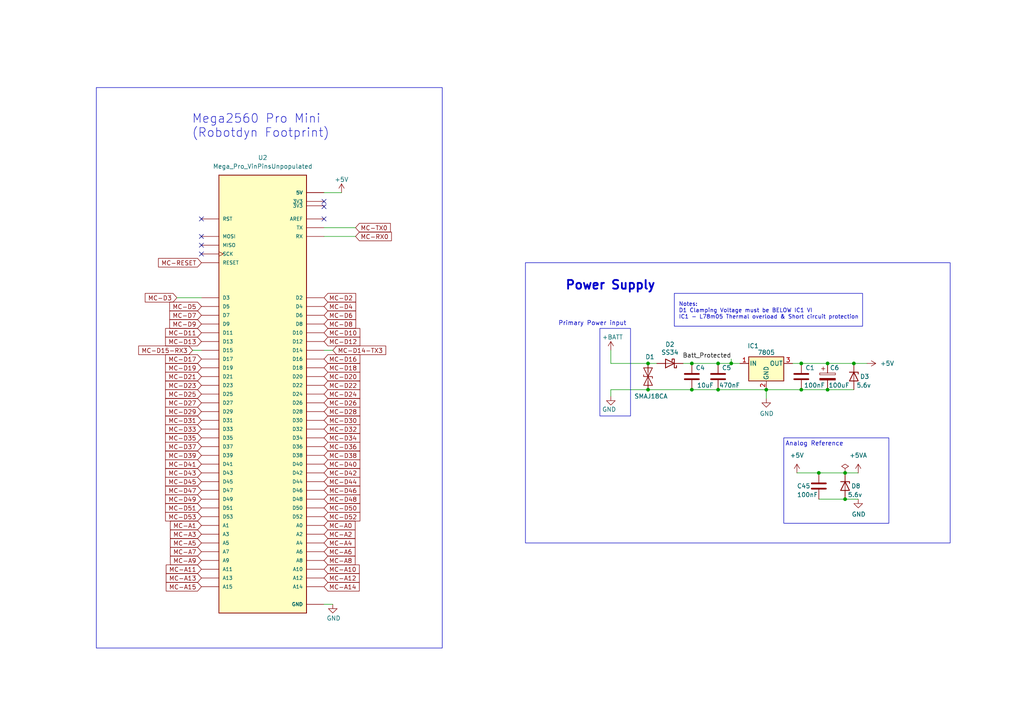
<source format=kicad_sch>
(kicad_sch (version 20250114) (generator "eeschema") (generator_version "9.0")
  (paper "A4")
  (title_block (title "Spark Gap x4") (date "2025-05-18") (rev "C") (company "OpenLogicEFI") (comment 1 "openlogicefi.com"))
  (lib_symbols
    (symbol "Detonation:MEGA_PRO_EMBED_CH340G_/_ATMEGA2560" (pin_numbers (hide yes)) (pin_names (offset 1.016))
      (property "Reference" "U4" (at 0 68.58 0))
      (property "Value" "MEGA_PRO_EMBED_CH340G_{slash}_ATMEGA2560" (at 0 66.04 0))
      (symbol "MEGA_PRO_EMBED_CH340G_/_ATMEGA2560_0_0"
        (rectangle (start -12.7 -63.5) (end 12.7 63.5) (stroke (width 0.254)) (fill (type background)))
        (pin input line (at -17.78 50.8 0) (length 5.08) (name "RST") (number "RST"))
        (pin bidirectional line (at -17.78 45.72 0) (length 5.08) (name "MOSI") (number "MOSI"))
        (pin bidirectional line (at -17.78 43.18 0) (length 5.08) (name "MISO") (number "MISO"))
        (pin bidirectional clock (at -17.78 40.64 0) (length 5.08) (name "SCK") (number "SCK"))
        (pin input line (at -17.78 38.1 0) (length 5.08) (name "RESET") (number "RESET"))
        (pin bidirectional line (at -17.78 27.94 0) (length 5.08) (name "D3") (number "D3"))
        (pin bidirectional line (at -17.78 25.4 0) (length 5.08) (name "D5") (number "D5"))
        (pin bidirectional line (at -17.78 22.86 0) (length 5.08) (name "D7") (number "D7"))
        (pin bidirectional line (at -17.78 20.32 0) (length 5.08) (name "D9") (number "D9"))
        (pin bidirectional line (at -17.78 17.78 0) (length 5.08) (name "D11") (number "D11"))
        (pin bidirectional line (at -17.78 15.24 0) (length 5.08) (name "D13") (number "D13"))
        (pin bidirectional line (at -17.78 12.7 0) (length 5.08) (name "D15") (number "D15"))
        (pin bidirectional line (at -17.78 10.16 0) (length 5.08) (name "D17") (number "D17"))
        (pin bidirectional line (at -17.78 7.62 0) (length 5.08) (name "D19") (number "D19"))
        (pin bidirectional line (at -17.78 5.08 0) (length 5.08) (name "D21") (number "D21"))
        (pin bidirectional line (at -17.78 2.54 0) (length 5.08) (name "D23") (number "D23"))
        (pin bidirectional line (at -17.78 0 0) (length 5.08) (name "D25") (number "D25"))
        (pin bidirectional line (at -17.78 -2.54 0) (length 5.08) (name "D27") (number "D27"))
        (pin bidirectional line (at -17.78 -5.08 0) (length 5.08) (name "D29") (number "D29"))
        (pin bidirectional line (at -17.78 -7.62 0) (length 5.08) (name "D31") (number "D31"))
        (pin bidirectional line (at -17.78 -10.16 0) (length 5.08) (name "D33") (number "D33"))
        (pin bidirectional line (at -17.78 -12.7 0) (length 5.08) (name "D35") (number "D35"))
        (pin bidirectional line (at -17.78 -15.24 0) (length 5.08) (name "D37") (number "D37"))
        (pin bidirectional line (at -17.78 -17.78 0) (length 5.08) (name "D39") (number "D39"))
        (pin bidirectional line (at -17.78 -20.32 0) (length 5.08) (name "D41") (number "D41"))
        (pin bidirectional line (at -17.78 -22.86 0) (length 5.08) (name "D43") (number "D43"))
        (pin bidirectional line (at -17.78 -25.4 0) (length 5.08) (name "D45") (number "D45"))
        (pin bidirectional line (at -17.78 -27.94 0) (length 5.08) (name "D47") (number "D47"))
        (pin bidirectional line (at -17.78 -30.48 0) (length 5.08) (name "D49") (number "D49"))
        (pin bidirectional line (at -17.78 -33.02 0) (length 5.08) (name "D51") (number "D51"))
        (pin bidirectional line (at -17.78 -35.56 0) (length 5.08) (name "D53") (number "D53"))
        (pin bidirectional line (at -17.78 -38.1 0) (length 5.08) (name "A1") (number "A1"))
        (pin bidirectional line (at -17.78 -40.64 0) (length 5.08) (name "A3") (number "A3"))
        (pin bidirectional line (at -17.78 -43.18 0) (length 5.08) (name "A5") (number "A5"))
        (pin bidirectional line (at -17.78 -45.72 0) (length 5.08) (name "A7") (number "A7"))
        (pin bidirectional line (at -17.78 -48.26 0) (length 5.08) (name "A9") (number "A9"))
        (pin bidirectional line (at -17.78 -50.8 0) (length 5.08) (name "A11") (number "A11"))
        (pin bidirectional line (at -17.78 -53.34 0) (length 5.08) (name "A13") (number "A13"))
        (pin bidirectional line (at -17.78 -55.88 0) (length 5.08) (name "A15") (number "A15"))
        (pin power_in line (at 17.78 58.42 180) (length 5.08) (name "5V") (number "5V_1"))
        (pin power_in line (at 17.78 58.42 180) (length 5.08) (name "5V") (number "5V_2"))
        (pin power_in line (at 17.78 58.42 180) (length 5.08) (name "5V") (number "5V_3"))
        (pin power_in line (at 17.78 55.88 180) (length 5.08) (name "3V3") (number "3V3_2"))
        (pin power_in line (at 17.78 54.61 180) (length 5.08) (name "3V3") (number "3V3_1"))
        (pin bidirectional line (at 17.78 50.8 180) (length 5.08) (name "AREF") (number "AREF"))
        (pin output line (at 17.78 48.26 180) (length 5.08) (name "TX") (number "TX"))
        (pin input line (at 17.78 45.72 180) (length 5.08) (name "RX") (number "RX"))
        (pin bidirectional line (at 17.78 27.94 180) (length 5.08) (name "D2") (number "D2"))
        (pin bidirectional line (at 17.78 25.4 180) (length 5.08) (name "D4") (number "D4"))
        (pin bidirectional line (at 17.78 22.86 180) (length 5.08) (name "D6") (number "D6"))
        (pin bidirectional line (at 17.78 20.32 180) (length 5.08) (name "D8") (number "D8"))
        (pin bidirectional line (at 17.78 17.78 180) (length 5.08) (name "D10") (number "D10"))
        (pin bidirectional line (at 17.78 15.24 180) (length 5.08) (name "D12") (number "D12"))
        (pin bidirectional line (at 17.78 12.7 180) (length 5.08) (name "D14") (number "D14"))
        (pin bidirectional line (at 17.78 10.16 180) (length 5.08) (name "D16") (number "D16"))
        (pin bidirectional line (at 17.78 7.62 180) (length 5.08) (name "D18") (number "D18"))
        (pin bidirectional line (at 17.78 5.08 180) (length 5.08) (name "D20") (number "D20"))
        (pin bidirectional line (at 17.78 2.54 180) (length 5.08) (name "D22") (number "D22"))
        (pin bidirectional line (at 17.78 0 180) (length 5.08) (name "D24") (number "D24"))
        (pin bidirectional line (at 17.78 -2.54 180) (length 5.08) (name "D26") (number "D26"))
        (pin bidirectional line (at 17.78 -5.08 180) (length 5.08) (name "D28") (number "D28"))
        (pin bidirectional line (at 17.78 -7.62 180) (length 5.08) (name "D30") (number "D30"))
        (pin bidirectional line (at 17.78 -10.16 180) (length 5.08) (name "D32") (number "D32"))
        (pin bidirectional line (at 17.78 -12.7 180) (length 5.08) (name "D34") (number "D34"))
        (pin bidirectional line (at 17.78 -15.24 180) (length 5.08) (name "D36") (number "D36"))
        (pin bidirectional line (at 17.78 -17.78 180) (length 5.08) (name "D38") (number "D38"))
        (pin bidirectional line (at 17.78 -20.32 180) (length 5.08) (name "D40") (number "D40"))
        (pin bidirectional line (at 17.78 -22.86 180) (length 5.08) (name "D42") (number "D42"))
        (pin bidirectional line (at 17.78 -25.4 180) (length 5.08) (name "D44") (number "D44"))
        (pin bidirectional line (at 17.78 -27.94 180) (length 5.08) (name "D46") (number "D46"))
        (pin bidirectional line (at 17.78 -30.48 180) (length 5.08) (name "D48") (number "D48"))
        (pin bidirectional line (at 17.78 -33.02 180) (length 5.08) (name "D50") (number "D50"))
        (pin bidirectional line (at 17.78 -35.56 180) (length 5.08) (name "D52") (number "D52"))
        (pin bidirectional line (at 17.78 -38.1 180) (length 5.08) (name "A0") (number "A0"))
        (pin bidirectional line (at 17.78 -40.64 180) (length 5.08) (name "A2") (number "A2"))
        (pin bidirectional line (at 17.78 -43.18 180) (length 5.08) (name "A4") (number "A4"))
        (pin bidirectional line (at 17.78 -45.72 180) (length 5.08) (name "A6") (number "A6"))
        (pin bidirectional line (at 17.78 -48.26 180) (length 5.08) (name "A8") (number "A8"))
        (pin bidirectional line (at 17.78 -50.8 180) (length 5.08) (name "A10") (number "A10"))
        (pin bidirectional line (at 17.78 -53.34 180) (length 5.08) (name "A12") (number "A12"))
        (pin bidirectional line (at 17.78 -55.88 180) (length 5.08) (name "A14") (number "A14"))
        (pin power_in line (at 17.78 -60.96 180) (length 5.08) (name "GND") (number "GND_1"))
        (pin power_in line (at 17.78 -60.96 180) (length 5.08) (name "GND") (number "GND_2"))
        (pin power_in line (at 17.78 -60.96 180) (length 5.08) (name "GND") (number "GND_3"))
      )
    )
    (symbol "Device:C" (pin_numbers (hide yes)) (pin_names (offset 0.254))
      (property "Reference" "C" (at 0.635 2.54 0))
      (property "Value" "C" (at 0.635 -2.54 0))
      (symbol "C_0_1"
        (polyline (pts (xy -2.032 0.762) (xy 2.032 0.762)) (stroke (width 0.508)))
        (polyline (pts (xy -2.032 -0.762) (xy 2.032 -0.762)) (stroke (width 0.508)))
      )
      (symbol "C_1_1"
        (pin passive line (at 0 3.81 270) (length 2.794) (name "~") (number "1"))
        (pin passive line (at 0 -3.81 90) (length 2.794) (name "~") (number "2"))
      )
    )
    (symbol "Device:C_Polarized" (pin_numbers (hide yes)) (pin_names (offset 0.254))
      (property "Reference" "C" (at 0.635 2.54 0))
      (property "Value" "C_Polarized" (at 0.635 -2.54 0))
      (symbol "C_Polarized_0_1"
        (rectangle (start -2.286 0.508) (end 2.286 1.016))
        (polyline (pts (xy -1.778 2.286) (xy -0.762 2.286)))
        (polyline (pts (xy -1.27 2.794) (xy -1.27 1.778)))
        (rectangle (start 2.286 -0.508) (end -2.286 -1.016) (fill (type outline)))
      )
      (symbol "C_Polarized_1_1"
        (pin passive line (at 0 3.81 270) (length 2.794) (name "~") (number "1"))
        (pin passive line (at 0 -3.81 90) (length 2.794) (name "~") (number "2"))
      )
    )
    (symbol "Device:D_Schottky" (pin_numbers (hide yes)) (pin_names (offset 1.016) (hide yes))
      (property "Reference" "D" (at 0 2.54 0))
      (property "Value" "D_Schottky" (at 0 -2.54 0))
      (symbol "D_Schottky_0_1"
        (polyline (pts (xy -1.905 0.635) (xy -1.905 1.27) (xy -1.27 1.27) (xy -1.27 -1.27) (xy -0.635 -1.27) (xy -0.635 -0.635)) (stroke (width 0.254)))
        (polyline (pts (xy 1.27 1.27) (xy 1.27 -1.27) (xy -1.27 0) (xy 1.27 1.27)) (stroke (width 0.254)))
        (polyline (pts (xy 1.27 0) (xy -1.27 0)))
      )
      (symbol "D_Schottky_1_1"
        (pin passive line (at -3.81 0 0) (length 2.54) (name "K") (number "1"))
        (pin passive line (at 3.81 0 180) (length 2.54) (name "A") (number "2"))
      )
    )
    (symbol "Device:D_Zener" (pin_numbers (hide yes)) (pin_names (offset 1.016) (hide yes))
      (property "Reference" "D" (at 0 2.54 0))
      (property "Value" "D_Zener" (at 0 -2.54 0))
      (symbol "D_Zener_0_1"
        (polyline (pts (xy -1.27 -1.27) (xy -1.27 1.27) (xy -0.762 1.27)) (stroke (width 0.254)))
        (polyline (pts (xy 1.27 0) (xy -1.27 0)))
        (polyline (pts (xy 1.27 -1.27) (xy 1.27 1.27) (xy -1.27 0) (xy 1.27 -1.27)) (stroke (width 0.254)))
      )
      (symbol "D_Zener_1_1"
        (pin passive line (at -3.81 0 0) (length 2.54) (name "K") (number "1"))
        (pin passive line (at 3.81 0 180) (length 2.54) (name "A") (number "2"))
      )
    )
    (symbol "Diode:SMAJ33CA" (pin_numbers (hide yes)) (pin_names (offset 1.016) (hide yes))
      (property "Reference" "D" (at 0 2.54 0))
      (property "Value" "SMAJ33CA" (at 0 -2.54 0))
      (symbol "SMAJ33CA_0_1"
        (polyline (pts (xy -2.54 -1.27) (xy 0 0) (xy -2.54 1.27) (xy -2.54 -1.27)) (stroke (width 0.2032)))
        (polyline (pts (xy 0.508 1.27) (xy 0 1.27) (xy 0 -1.27) (xy -0.508 -1.27)) (stroke (width 0.2032)))
        (polyline (pts (xy 1.27 0) (xy -1.27 0)))
        (polyline (pts (xy 2.54 1.27) (xy 2.54 -1.27) (xy 0 0) (xy 2.54 1.27)) (stroke (width 0.2032)))
      )
      (symbol "SMAJ33CA_1_1"
        (pin passive line (at -3.81 0 0) (length 2.54) (name "A1") (number "1"))
        (pin passive line (at 3.81 0 180) (length 2.54) (name "A2") (number "2"))
      )
    )
    (symbol "Regulator_Linear:L7805" (pin_names (offset 0.254))
      (property "Reference" "U" (at -3.81 3.175 0))
      (property "Value" "L7805" (at 0 3.175 0))
      (symbol "L7805_0_1"
        (rectangle (start -5.08 1.905) (end 5.08 -5.08) (stroke (width 0.254)) (fill (type background)))
      )
      (symbol "L7805_1_1"
        (pin power_in line (at -7.62 0 0) (length 2.54) (name "IN") (number "1"))
        (pin power_in line (at 0 -7.62 90) (length 2.54) (name "GND") (number "2"))
        (pin power_out line (at 7.62 0 180) (length 2.54) (name "OUT") (number "3"))
      )
    )
    (symbol "power:+5V" (power) (pin_names (offset 0))
      (property "Value" "+5V" (at 0 3.556 0))
      (symbol "+5V_0_1"
        (polyline (pts (xy -0.762 1.27) (xy 0 2.54)))
        (polyline (pts (xy 0 2.54) (xy 0.762 1.27)))
        (polyline (pts (xy 0 0) (xy 0 2.54)))
      )
      (symbol "+5V_1_1"
        (pin power_in line (at 0 0 90) (length 0) (hide yes) (name "+5V") (number "1"))
      )
    )
    (symbol "power:+5VA" (power) (pin_numbers (hide yes)) (pin_names (offset 0) (hide yes))
      (property "Value" "+5VA" (at 0 3.556 0))
      (symbol "+5VA_0_1"
        (polyline (pts (xy -0.762 1.27) (xy 0 2.54)))
        (polyline (pts (xy 0 2.54) (xy 0.762 1.27)))
        (polyline (pts (xy 0 0) (xy 0 2.54)))
      )
      (symbol "+5VA_1_1"
        (pin power_in line (at 0 0 90) (length 0) (name "~") (number "1"))
      )
    )
    (symbol "power:+BATT" (power) (pin_names (offset 0))
      (property "Value" "+BATT" (at 0 3.556 0))
      (symbol "+BATT_0_1"
        (polyline (pts (xy -0.762 1.27) (xy 0 2.54)))
        (polyline (pts (xy 0 2.54) (xy 0.762 1.27)))
        (polyline (pts (xy 0 0) (xy 0 2.54)))
      )
      (symbol "+BATT_1_1"
        (pin power_in line (at 0 0 90) (length 0) (hide yes) (name "+BATT") (number "1"))
      )
    )
    (symbol "power:GND" (power) (pin_names (offset 0))
      (property "Value" "GND" (at 0 -3.81 0))
      (symbol "GND_0_1"
        (polyline (pts (xy 0 0) (xy 0 -1.27) (xy 1.27 -1.27) (xy 0 -2.54) (xy -1.27 -1.27) (xy 0 -1.27)))
      )
      (symbol "GND_1_1"
        (pin power_in line (at 0 0 270) (length 0) (hide yes) (name "GND") (number "1"))
      )
    )
    (symbol "power:PWR_FLAG" (power) (pin_numbers (hide yes)) (pin_names (offset 0) (hide yes))
      (property "Value" "PWR_FLAG" (at 0 3.81 0))
      (symbol "PWR_FLAG_0_0"
        (pin power_out line (at 0 0 90) (length 0) (name "~") (number "1"))
      )
      (symbol "PWR_FLAG_0_1"
        (polyline (pts (xy 0 0) (xy 0 1.27) (xy -1.016 1.905) (xy 0 2.54) (xy 1.016 1.905) (xy 0 1.27)))
      )
    )
  )
  (rectangle (start 173.99 95.25) (end 182.88 120.65))
  (rectangle (start 152.4 76.2) (end 275.59 157.48))
  (rectangle (start 195.58 85.09) (end 250.19 94.615))
  (rectangle (start 27.94 25.4) (end 128.27 187.96))
  (rectangle (start 227.33 127) (end 257.81 151.765))
  (text "Primary Power input" (at 161.925 94.615 0) (effects (font (size 1.27 1.27)) (justify left bottom)))
  (text "Power Supply" (at 163.83 84.328 0) (effects (font (size 2.54 2.54) (thickness 0.508) (bold yes)) (justify left bottom)))
  (text "Analog Reference" (at 236.22 128.778 0) (effects (font (size 1.27 1.27))))
  (text "Notes:\nD1 Clamping Voltage must be BELOW IC1 VI\nIC1 - L78m05 Thermal overload & Short circuit protection\n" (at 196.85 92.71 0) (effects (font (size 1.143 1.143)) (justify left bottom)))
  (text "Mega2560 Pro Mini\n(Robotdyn Footprint)" (at 55.626 40.132 0) (effects (font (size 2.54 2.54)) (justify left bottom)))
  (junction (at 200.66 113.03))
  (junction (at 240.03 113.03))
  (junction (at 232.41 113.03))
  (junction (at 245.11 137.16))
  (junction (at 208.28 105.41))
  (junction (at 222.25 113.03))
  (junction (at 208.28 113.03))
  (junction (at 247.65 105.41))
  (junction (at 240.03 105.41))
  (junction (at 187.96 113.03))
  (junction (at 187.96 105.41))
  (junction (at 245.11 144.78))
  (junction (at 237.49 137.16))
  (junction (at 200.66 105.41))
  (junction (at 212.09 105.41))
  (junction (at 232.41 105.41))
  (no_connect (at 58.42 63.5))
  (no_connect (at 93.98 58.42))
  (no_connect (at 93.98 63.5))
  (no_connect (at 58.42 73.66))
  (no_connect (at 58.42 68.58))
  (no_connect (at 93.98 59.944))
  (no_connect (at 58.42 71.12))
  (wire (pts (xy 96.52 175.26) (xy 93.98 175.26)))
  (wire (pts (xy 208.28 113.03) (xy 222.25 113.03)))
  (wire (pts (xy 96.52 101.6) (xy 93.98 101.6)))
  (wire (pts (xy 232.41 105.41) (xy 240.03 105.41)))
  (wire (pts (xy 232.41 113.03) (xy 240.03 113.03)))
  (wire (pts (xy 229.87 105.41) (xy 232.41 105.41)))
  (wire (pts (xy 198.12 105.41) (xy 200.66 105.41)))
  (wire (pts (xy 245.11 137.16) (xy 248.92 137.16)))
  (wire (pts (xy 177.165 113.03) (xy 187.96 113.03)))
  (wire (pts (xy 237.49 137.16) (xy 245.11 137.16)))
  (wire (pts (xy 212.09 105.41) (xy 214.63 105.41)))
  (wire (pts (xy 247.65 105.41) (xy 251.46 105.41)))
  (wire (pts (xy 200.66 105.41) (xy 208.28 105.41)))
  (wire (pts (xy 222.25 113.03) (xy 232.41 113.03)))
  (wire (pts (xy 200.66 113.03) (xy 208.28 113.03)))
  (wire (pts (xy 187.96 113.03) (xy 200.66 113.03)))
  (wire (pts (xy 240.03 105.41) (xy 247.65 105.41)))
  (wire (pts (xy 93.98 55.88) (xy 99.06 55.88)))
  (wire (pts (xy 245.11 144.78) (xy 248.92 144.78)))
  (wire (pts (xy 93.98 66.04) (xy 103.124 66.04)))
  (wire (pts (xy 240.03 113.03) (xy 247.65 113.03)))
  (wire (pts (xy 187.96 105.41) (xy 190.5 105.41)))
  (wire (pts (xy 177.165 113.03) (xy 177.165 114.935)))
  (wire (pts (xy 177.165 101.6) (xy 177.165 105.41)))
  (wire (pts (xy 212.09 104.14) (xy 212.09 105.41)))
  (wire (pts (xy 177.165 105.41) (xy 187.96 105.41)))
  (wire (pts (xy 51.308 86.36) (xy 58.42 86.36)))
  (wire (pts (xy 208.28 105.41) (xy 212.09 105.41)))
  (wire (pts (xy 55.88 101.6) (xy 58.42 101.6)))
  (wire (pts (xy 93.98 68.58) (xy 103.124 68.58)))
  (wire (pts (xy 231.14 137.16) (xy 237.49 137.16)))
  (wire (pts (xy 222.25 115.57) (xy 222.25 113.03)))
  (wire (pts (xy 237.49 144.78) (xy 245.11 144.78)))
  (label "Batt_Protected" (at 212.09 104.14 180))
  (global_label "MC-D5" (shape input) (at 58.42 88.9 180) (property "Intersheetrefs" "${INTERSHEET_REFS}" (effects (hide yes))))
  (global_label "MC-D4" (shape input) (at 93.98 88.9 0) (property "Intersheetrefs" "${INTERSHEET_REFS}" (effects (hide yes))))
  (global_label "MC-A10" (shape input) (at 93.98 165.1 0) (property "Intersheetrefs" "${INTERSHEET_REFS}" (effects (hide yes))))
  (global_label "MC-D40" (shape input) (at 93.98 134.62 0) (property "Intersheetrefs" "${INTERSHEET_REFS}" (effects (hide yes))))
  (global_label "MC-D9" (shape input) (at 58.42 93.98 180) (property "Intersheetrefs" "${INTERSHEET_REFS}" (effects (hide yes))))
  (global_label "MC-D12" (shape input) (at 93.98 99.06 0) (property "Intersheetrefs" "${INTERSHEET_REFS}" (effects (hide yes))))
  (global_label "MC-D30" (shape input) (at 93.98 121.92 0) (property "Intersheetrefs" "${INTERSHEET_REFS}" (effects (hide yes))))
  (global_label "MC-D28" (shape input) (at 93.98 119.38 0) (property "Intersheetrefs" "${INTERSHEET_REFS}" (effects (hide yes))))
  (global_label "MC-D25" (shape input) (at 58.42 114.3 180) (property "Intersheetrefs" "${INTERSHEET_REFS}" (effects (hide yes))))
  (global_label "MC-D53" (shape input) (at 58.42 149.86 180) (property "Intersheetrefs" "${INTERSHEET_REFS}" (effects (hide yes))))
  (global_label "MC-D38" (shape input) (at 93.98 132.08 0) (property "Intersheetrefs" "${INTERSHEET_REFS}" (effects (hide yes))))
  (global_label "MC-D26" (shape input) (at 93.98 116.84 0) (property "Intersheetrefs" "${INTERSHEET_REFS}" (effects (hide yes))))
  (global_label "MC-A0" (shape input) (at 93.98 152.4 0) (property "Intersheetrefs" "${INTERSHEET_REFS}" (effects (hide yes))))
  (global_label "MC-D2" (shape input) (at 93.98 86.36 0) (property "Intersheetrefs" "${INTERSHEET_REFS}" (effects (hide yes))))
  (global_label "MC-D52" (shape input) (at 93.98 149.86 0) (property "Intersheetrefs" "${INTERSHEET_REFS}" (effects (hide yes))))
  (global_label "MC-D43" (shape input) (at 58.42 137.16 180) (property "Intersheetrefs" "${INTERSHEET_REFS}" (effects (hide yes))))
  (global_label "MC-A14" (shape input) (at 93.98 170.18 0) (property "Intersheetrefs" "${INTERSHEET_REFS}" (effects (hide yes))))
  (global_label "MC-D46" (shape input) (at 93.98 142.24 0) (property "Intersheetrefs" "${INTERSHEET_REFS}" (effects (hide yes))))
  (global_label "MC-D27" (shape input) (at 58.42 116.84 180) (property "Intersheetrefs" "${INTERSHEET_REFS}" (effects (hide yes))))
  (global_label "MC-D33" (shape input) (at 58.42 124.46 180) (property "Intersheetrefs" "${INTERSHEET_REFS}" (effects (hide yes))))
  (global_label "MC-D11" (shape input) (at 58.42 96.52 180) (property "Intersheetrefs" "${INTERSHEET_REFS}" (effects (hide yes))))
  (global_label "MC-D24" (shape input) (at 93.98 114.3 0) (property "Intersheetrefs" "${INTERSHEET_REFS}" (effects (hide yes))))
  (global_label "MC-A11" (shape input) (at 58.42 165.1 180) (property "Intersheetrefs" "${INTERSHEET_REFS}" (effects (hide yes))))
  (global_label "MC-D39" (shape input) (at 58.42 132.08 180) (property "Intersheetrefs" "${INTERSHEET_REFS}" (effects (hide yes))))
  (global_label "MC-D34" (shape input) (at 93.98 127 0) (property "Intersheetrefs" "${INTERSHEET_REFS}" (effects (hide yes))))
  (global_label "MC-D19" (shape input) (at 58.42 106.68 180) (property "Intersheetrefs" "${INTERSHEET_REFS}" (effects (hide yes))))
  (global_label "MC-D37" (shape input) (at 58.42 129.54 180) (property "Intersheetrefs" "${INTERSHEET_REFS}" (effects (hide yes))))
  (global_label "MC-A8" (shape input) (at 93.98 162.56 0) (property "Intersheetrefs" "${INTERSHEET_REFS}" (effects (hide yes))))
  (global_label "MC-D23" (shape input) (at 58.42 111.76 180) (property "Intersheetrefs" "${INTERSHEET_REFS}" (effects (hide yes))))
  (global_label "MC-D45" (shape input) (at 58.42 139.7 180) (property "Intersheetrefs" "${INTERSHEET_REFS}" (effects (hide yes))))
  (global_label "MC-A13" (shape input) (at 58.42 167.64 180) (property "Intersheetrefs" "${INTERSHEET_REFS}" (effects (hide yes))))
  (global_label "MC-D44" (shape input) (at 93.98 139.7 0) (property "Intersheetrefs" "${INTERSHEET_REFS}" (effects (hide yes))))
  (global_label "MC-D49" (shape input) (at 58.42 144.78 180) (property "Intersheetrefs" "${INTERSHEET_REFS}" (effects (hide yes))))
  (global_label "MC-D18" (shape input) (at 93.98 106.68 0) (property "Intersheetrefs" "${INTERSHEET_REFS}" (effects (hide yes))))
  (global_label "MC-D6" (shape input) (at 93.98 91.44 0) (property "Intersheetrefs" "${INTERSHEET_REFS}" (effects (hide yes))))
  (global_label "MC-D51" (shape input) (at 58.42 147.32 180) (property "Intersheetrefs" "${INTERSHEET_REFS}" (effects (hide yes))))
  (global_label "MC-D16" (shape input) (at 93.98 104.14 0) (property "Intersheetrefs" "${INTERSHEET_REFS}" (effects (hide yes))))
  (global_label "MC-D3" (shape input) (at 51.308 86.36 180) (property "Intersheetrefs" "${INTERSHEET_REFS}" (effects (hide yes))))
  (global_label "MC-D17" (shape input) (at 58.42 104.14 180) (property "Intersheetrefs" "${INTERSHEET_REFS}" (effects (hide yes))))
  (global_label "MC-D48" (shape input) (at 93.98 144.78 0) (property "Intersheetrefs" "${INTERSHEET_REFS}" (effects (hide yes))))
  (global_label "MC-D21" (shape input) (at 58.42 109.22 180) (property "Intersheetrefs" "${INTERSHEET_REFS}" (effects (hide yes))))
  (global_label "MC-A7" (shape input) (at 58.42 160.02 180) (property "Intersheetrefs" "${INTERSHEET_REFS}" (effects (hide yes))))
  (global_label "MC-D10" (shape input) (at 93.98 96.52 0) (property "Intersheetrefs" "${INTERSHEET_REFS}" (effects (hide yes))))
  (global_label "MC-A1" (shape input) (at 58.42 152.4 180) (property "Intersheetrefs" "${INTERSHEET_REFS}" (effects (hide yes))))
  (global_label "MC-D14-TX3" (shape input) (at 96.52 101.6 0) (property "Intersheetrefs" "${INTERSHEET_REFS}" (effects (hide yes))))
  (global_label "MC-D7" (shape input) (at 58.42 91.44 180) (property "Intersheetrefs" "${INTERSHEET_REFS}" (effects (hide yes))))
  (global_label "MC-D41" (shape input) (at 58.42 134.62 180) (property "Intersheetrefs" "${INTERSHEET_REFS}" (effects (hide yes))))
  (global_label "MC-RX0" (shape input) (at 103.124 68.58 0) (property "Intersheetrefs" "${INTERSHEET_REFS}" (effects (hide yes))))
  (global_label "MC-RESET" (shape input) (at 58.42 76.2 180) (property "Intersheetrefs" "${INTERSHEET_REFS}" (effects (hide yes))))
  (global_label "MC-D15-RX3" (shape input) (at 55.88 101.6 180) (property "Intersheetrefs" "${INTERSHEET_REFS}" (effects (hide yes))))
  (global_label "MC-D35" (shape input) (at 58.42 127 180) (property "Intersheetrefs" "${INTERSHEET_REFS}" (effects (hide yes))))
  (global_label "MC-TX0" (shape input) (at 103.124 66.04 0) (property "Intersheetrefs" "${INTERSHEET_REFS}" (effects (hide yes))))
  (global_label "MC-D50" (shape input) (at 93.98 147.32 0) (property "Intersheetrefs" "${INTERSHEET_REFS}" (effects (hide yes))))
  (global_label "MC-D32" (shape input) (at 93.98 124.46 0) (property "Intersheetrefs" "${INTERSHEET_REFS}" (effects (hide yes))))
  (global_label "MC-D22" (shape input) (at 93.98 111.76 0) (property "Intersheetrefs" "${INTERSHEET_REFS}" (effects (hide yes))))
  (global_label "MC-A6" (shape input) (at 93.98 160.02 0) (property "Intersheetrefs" "${INTERSHEET_REFS}" (effects (hide yes))))
  (global_label "MC-A12" (shape input) (at 93.98 167.64 0) (property "Intersheetrefs" "${INTERSHEET_REFS}" (effects (hide yes))))
  (global_label "MC-D13" (shape input) (at 58.42 99.06 180) (property "Intersheetrefs" "${INTERSHEET_REFS}" (effects (hide yes))))
  (global_label "MC-D42" (shape input) (at 93.98 137.16 0) (property "Intersheetrefs" "${INTERSHEET_REFS}" (effects (hide yes))))
  (global_label "MC-A9" (shape input) (at 58.42 162.56 180) (property "Intersheetrefs" "${INTERSHEET_REFS}" (effects (hide yes))))
  (global_label "MC-D29" (shape input) (at 58.42 119.38 180) (property "Intersheetrefs" "${INTERSHEET_REFS}" (effects (hide yes))))
  (global_label "MC-D31" (shape input) (at 58.42 121.92 180) (property "Intersheetrefs" "${INTERSHEET_REFS}" (effects (hide yes))))
  (global_label "MC-A2" (shape input) (at 93.98 154.94 0) (property "Intersheetrefs" "${INTERSHEET_REFS}" (effects (hide yes))))
  (global_label "MC-A5" (shape input) (at 58.42 157.48 180) (property "Intersheetrefs" "${INTERSHEET_REFS}" (effects (hide yes))))
  (global_label "MC-A4" (shape input) (at 93.98 157.48 0) (property "Intersheetrefs" "${INTERSHEET_REFS}" (effects (hide yes))))
  (global_label "MC-A3" (shape input) (at 58.42 154.94 180) (property "Intersheetrefs" "${INTERSHEET_REFS}" (effects (hide yes))))
  (global_label "MC-A15" (shape input) (at 58.42 170.18 180) (property "Intersheetrefs" "${INTERSHEET_REFS}" (effects (hide yes))))
  (global_label "MC-D47" (shape input) (at 58.42 142.24 180) (property "Intersheetrefs" "${INTERSHEET_REFS}" (effects (hide yes))))
  (global_label "MC-D20" (shape input) (at 93.98 109.22 0) (property "Intersheetrefs" "${INTERSHEET_REFS}" (effects (hide yes))))
  (global_label "MC-D8" (shape input) (at 93.98 93.98 0) (property "Intersheetrefs" "${INTERSHEET_REFS}" (effects (hide yes))))
  (global_label "MC-D36" (shape input) (at 93.98 129.54 0) (property "Intersheetrefs" "${INTERSHEET_REFS}" (effects (hide yes))))
  (symbol (lib_id "Detonation:MEGA_PRO_EMBED_CH340G_/_ATMEGA2560") (at 76.2 114.3 0) (unit 1) (in_bom no)
    (property "Reference" "U2" (at 76.2 45.72 0))
    (property "Value" "Mega_Pro_VinPinsUnpopulated" (at 76.2 48.26 0))
    (property "Footprint" "Detonation:Arduino_Mega_Mini_2560_SmallCrtYd_NoVin" (effects (hide yes)))
  )
  (symbol (lib_id "power:PWR_FLAG") (at 245.11 137.16 0) (unit 1)
    (property "Reference" "#FLG01" (effects (hide yes)))
    (property "Value" "PWR_FLAG" (effects (hide yes)))
    (property "Description" "Special symbol for telling ERC where power comes from" (effects (hide yes)))
  )
  (symbol (lib_id "Diode:SMAJ33CA") (at 187.96 109.22 90) (unit 1)
    (property "Reference" "D1" (at 189.865 103.505 90) (effects (justify left)))
    (property "Value" "SMAJ18CA" (at 193.675 114.935 90) (effects (justify left)))
    (property "Footprint" "Diode_SMD:D_SMA" (effects (hide yes)))
    (property "Datasheet" "https://www.littelfuse.com/media?resourcetype=datasheets&itemid=75e32973-b177-4ee3-a0ff-cedaf1abdb93&filename=smaj-datasheet" (effects (hide yes)))
    (property "LCSC" "C19077539" (effects (hide yes)))
    (property "Manufacture Part Number" "SMAJ18CA" (effects (hide yes)))
  )
  (symbol (lib_id "power:+BATT") (at 177.165 101.6 0) (unit 1)
    (property "Reference" "#PWR0102" (effects (hide yes)))
    (property "Value" "+BATT" (at 174.625 97.79 0) (effects (justify left)))
  )
  (symbol (lib_id "Device:C_Polarized") (at 240.03 109.22 0) (unit 1)
    (property "Reference" "C6" (at 242.062 106.68 0))
    (property "Value" "100uF" (at 243.332 111.76 0))
    (property "Footprint" "Capacitor_Tantalum_SMD:CP_EIA-3528-15_AVX-H" (effects (hide yes)))
    (property "LCSC" "C16133" (effects (hide yes)))
    (property "Manufacture Part Number" "TAJB107K006RNJ" (effects (hide yes)))
  )
  (symbol (lib_id "Regulator_Linear:L7805") (at 222.25 105.41 0) (unit 1)
    (property "Reference" "IC1" (at 218.44 100.33 0))
    (property "Value" "7805" (at 222.25 102.235 0))
    (property "Footprint" "Detonation:TO-220-3_Vertical_SmallCrtYrd" (effects (hide yes)))
    (property "LCSC" "C58069" (effects (hide yes)))
    (property "Manufacture Part Number" "L78M05ABDT-TR  " (effects (hide yes)))
  )
  (symbol (lib_id "Device:C") (at 232.41 109.22 0) (unit 1)
    (property "Reference" "C1" (at 234.95 106.68 0))
    (property "Value" "100nF" (at 236.22 111.76 0))
    (property "Footprint" "Capacitor_SMD:C_0402_1005Metric" (effects (hide yes)))
    (property "LCSC" "C307331" (effects (hide yes)))
    (property "Manufacture Part Number" "CL05B104KB54PNC" (effects (hide yes)))
  )
  (symbol (lib_id "Device:C") (at 237.49 140.97 0) (unit 1)
    (property "Reference" "C45" (at 231.14 140.97 0) (effects (justify left)))
    (property "Value" "100nF" (at 231.14 143.51 0) (effects (justify left)))
    (property "Footprint" "Capacitor_SMD:C_0402_1005Metric" (effects (hide yes)))
    (property "LCSC" "C307331" (effects (hide yes)))
    (property "Manufacture Part Number" "CL05B104KB54PNC" (effects (hide yes)))
  )
  (symbol (lib_id "Device:D_Zener") (at 247.65 109.22 270) (unit 1)
    (property "Reference" "D3" (at 249.428 109.22 90) (effects (justify left)))
    (property "Value" "5.6v" (at 248.412 111.76 90) (effects (justify left)))
    (property "Footprint" "Diode_SMD:D_SOD-323" (effects (hide yes)))
    (property "Description" "Zener diode 5.6V" (effects (hide yes)))
    (property "LCSC" "C22395563" (effects (hide yes)))
    (property "Manufacture Part Number" "MMSZ5232BS" (effects (hide yes)))
  )
  (symbol (lib_id "power:+5V") (at 251.46 105.41 270) (unit 1)
    (property "Reference" "#PWR0109" (effects (hide yes)))
    (property "Value" "+5V" (at 255.27 105.4099 90) (effects (justify left)))
  )
  (symbol (lib_id "power:GND") (at 96.52 175.26 0) (unit 1)
    (property "Reference" "#PWR0101" (effects (hide yes)))
    (property "Value" "GND" (at 98.806 179.324 0) (effects (justify right)))
  )
  (symbol (lib_id "power:GND") (at 248.92 144.78 0) (unit 1)
    (property "Reference" "#PWR060" (effects (hide yes)))
    (property "Value" "GND" (at 249.047 149.1742 0))
  )
  (symbol (lib_id "Device:D_Zener") (at 245.11 140.97 270) (unit 1)
    (property "Reference" "D8" (at 246.888 140.97 90) (effects (justify left)))
    (property "Value" "5.6v" (at 245.872 143.51 90) (effects (justify left)))
    (property "Footprint" "Diode_SMD:D_SOD-323" (effects (hide yes)))
    (property "Description" "Zener diode 5.6V" (effects (hide yes)))
    (property "LCSC" "C22395563" (effects (hide yes)))
    (property "Manufacture Part Number" "MMSZ5232BS" (effects (hide yes)))
  )
  (symbol (lib_id "power:+5V") (at 231.14 137.16 0) (unit 1)
    (property "Reference" "#PWR061" (effects (hide yes)))
    (property "Value" "+5V" (at 231.14 132.08 0))
  )
  (symbol (lib_id "Device:C") (at 200.66 109.22 0) (unit 1)
    (property "Reference" "C4" (at 204.47 106.68 0) (effects (justify right)))
    (property "Value" "10uF" (at 207.01 111.76 0) (effects (justify right)))
    (property "Footprint" "Capacitor_SMD:C_1206_3216Metric" (effects (hide yes)))
    (property "Manufacture Part Number" "CL31A106KBHNNNE" (effects (hide yes)))
    (property "LCSC" "C13585" (effects (hide yes)))
  )
  (symbol (lib_id "power:+5VA") (at 248.92 137.16 0) (unit 1)
    (property "Reference" "#PWR059" (effects (hide yes)))
    (property "Value" "+5VA" (at 248.92 132.08 0))
    (property "Description" "Power symbol creates a global label with name \"+5VA\"" (effects (hide yes)))
  )
  (symbol (lib_id "power:GND") (at 222.25 115.57 0) (unit 1)
    (property "Reference" "#PWR0105" (effects (hide yes)))
    (property "Value" "GND" (at 222.377 119.9642 0))
  )
  (symbol (lib_id "power:+5V") (at 99.06 55.88 0) (unit 1)
    (property "Reference" "#PWR0111" (effects (hide yes)))
    (property "Value" "+5V" (at 99.06 52.07 0))
  )
  (symbol (lib_id "Device:D_Schottky") (at 194.31 105.41 180) (unit 1)
    (property "Reference" "D2" (at 194.31 99.8982 0))
    (property "Value" "SS34" (at 194.31 102.2096 0))
    (property "Footprint" "Diode_SMD:D_SMA" (effects (hide yes)))
    (property "LCSC" "C8678" (effects (hide yes)))
    (property "Manufacture Part Number" "SS34" (effects (hide yes)))
  )
  (symbol (lib_id "Device:C") (at 208.28 109.22 0) (unit 1)
    (property "Reference" "C5" (at 212.09 106.68 0) (effects (justify right)))
    (property "Value" "470nF" (at 214.63 111.76 0) (effects (justify right)))
    (property "Footprint" "Capacitor_SMD:C_0805_2012Metric" (effects (hide yes)))
    (property "LCSC" "C13967" (effects (hide yes)))
    (property "Manufacture Part Number" "CL21B474KBFNNNE" (effects (hide yes)))
  )
  (symbol (lib_id "power:GND") (at 177.165 114.935 0) (mirror y) (unit 1)
    (property "Reference" "#PWR0104" (effects (hide yes)))
    (property "Value" "GND" (at 174.625 118.745 0) (effects (justify right)))
  )
)
</source>
